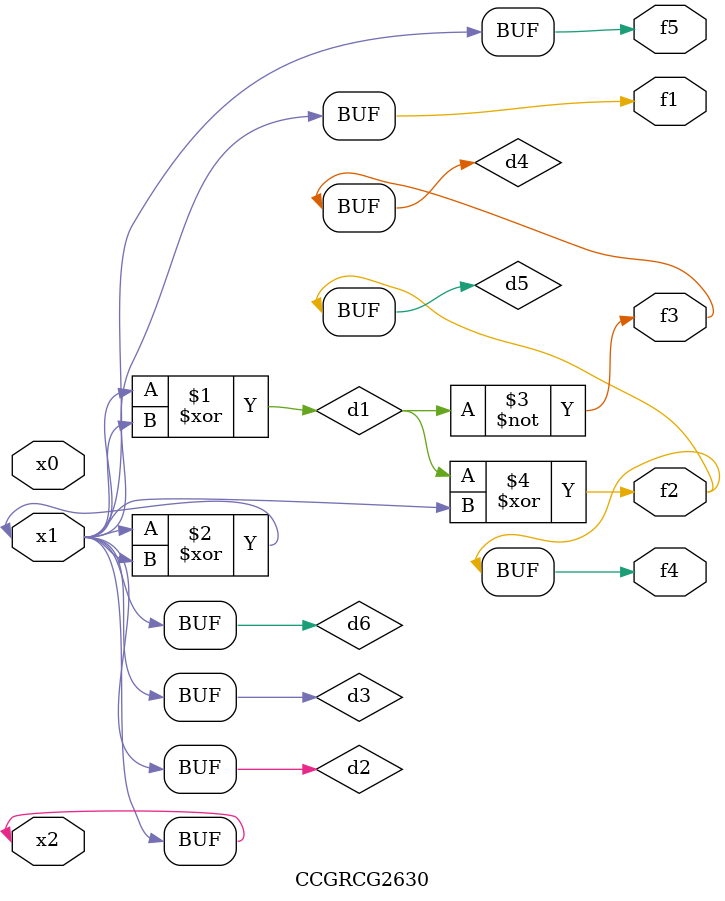
<source format=v>
module CCGRCG2630(
	input x0, x1, x2,
	output f1, f2, f3, f4, f5
);

	wire d1, d2, d3, d4, d5, d6;

	xor (d1, x1, x2);
	buf (d2, x1, x2);
	xor (d3, x1, x2);
	nor (d4, d1);
	xor (d5, d1, d2);
	buf (d6, d2, d3);
	assign f1 = d6;
	assign f2 = d5;
	assign f3 = d4;
	assign f4 = d5;
	assign f5 = d6;
endmodule

</source>
